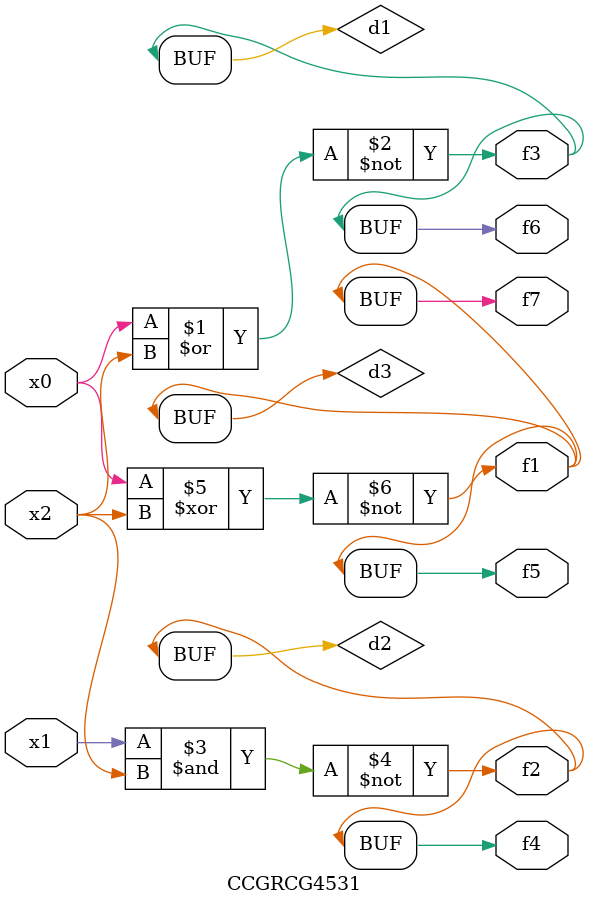
<source format=v>
module CCGRCG4531(
	input x0, x1, x2,
	output f1, f2, f3, f4, f5, f6, f7
);

	wire d1, d2, d3;

	nor (d1, x0, x2);
	nand (d2, x1, x2);
	xnor (d3, x0, x2);
	assign f1 = d3;
	assign f2 = d2;
	assign f3 = d1;
	assign f4 = d2;
	assign f5 = d3;
	assign f6 = d1;
	assign f7 = d3;
endmodule

</source>
